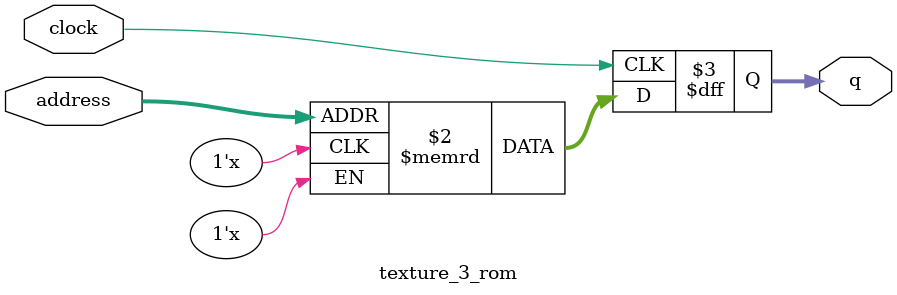
<source format=sv>
module texture_3_rom (
	input logic clock,
	input logic [7:0] address,
	output logic [7:0] q
);

logic [7:0] memory [0:255] /* synthesis ram_init_file = "./texture_3/texture_3.mif" */;

always_ff @ (posedge clock) begin
	q <= memory[address];
end

endmodule

</source>
